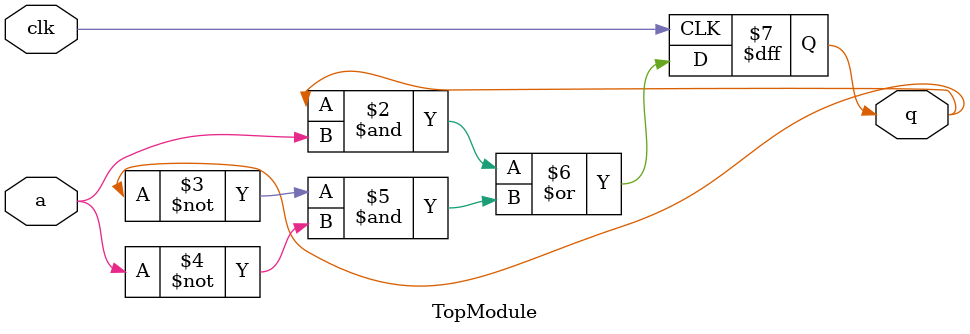
<source format=v>
module TopModule (
  input clk,
  input a,
  output reg q
);

  always @(posedge clk) begin
    q <= (q & a) | (~q & ~a);
  end

endmodule


</source>
